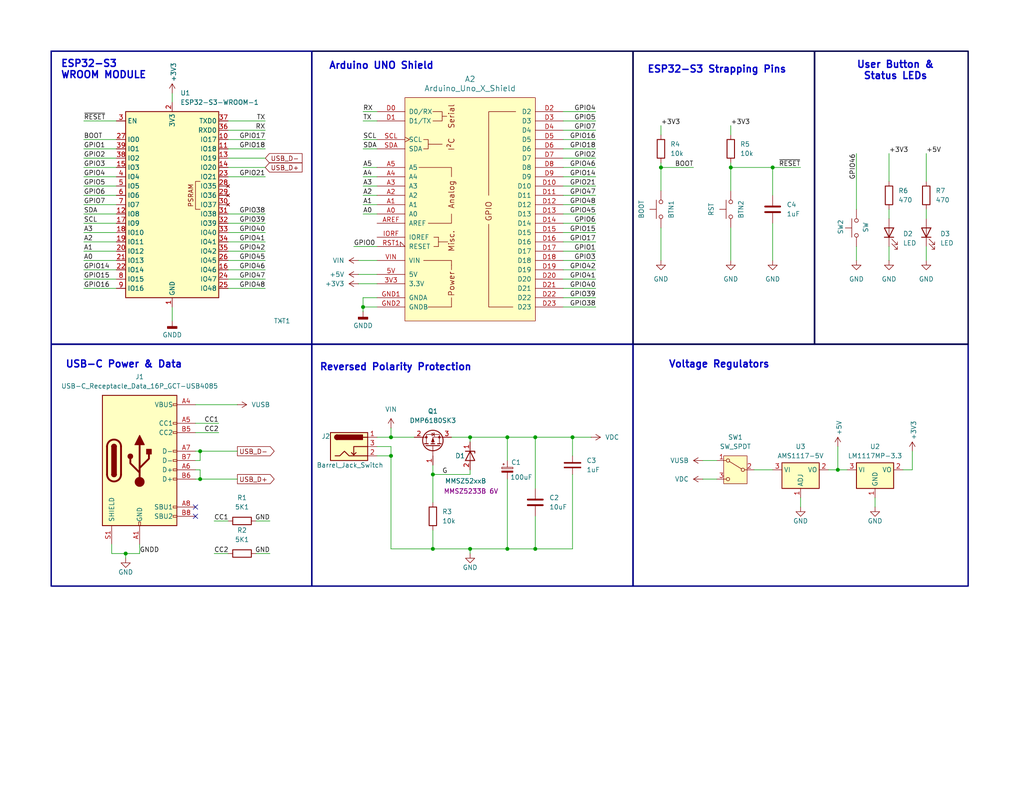
<source format=kicad_sch>
(kicad_sch (version 20231120) (generator "eeschema") (generator_version "8.0")
  (paper "USLetter")
  (title_block (title "ESP32-S3 Arduino Uno Board") (date "2024-10-30") (rev "5.5") (company "CEGEP Heritage College"))
  (lib_symbols
    (symbol "Alexander Symbol Library:USB-C_Receptacle_Data_16P_GCT-USB4085" (pin_names (offset 1.016))
      (property "Reference" "J" (at 0 22.225 0))
      (property "Value" "USB-C_Receptacle_Data_16P_GCT-USB4085" (at 0 19.685 0))
      (symbol "USB-C_Receptacle_Data_16P_GCT-USB4085_0_0"
        (rectangle (start -0.254 -17.78) (end 0.254 -16.764))
        (rectangle (start 10.16 -14.986) (end 9.144 -15.494))
        (rectangle (start 10.16 -12.446) (end 9.144 -12.954))
        (rectangle (start 10.16 -4.826) (end 9.144 -5.334))
        (rectangle (start 10.16 -2.286) (end 9.144 -2.794))
        (rectangle (start 10.16 0.254) (end 9.144 -0.254))
        (rectangle (start 10.16 2.794) (end 9.144 2.286))
        (rectangle (start 10.16 7.874) (end 9.144 7.366))
        (rectangle (start 10.16 10.414) (end 9.144 9.906))
        (rectangle (start 10.16 15.494) (end 9.144 14.986))
      )
      (symbol "USB-C_Receptacle_Data_16P_GCT-USB4085_0_1"
        (rectangle (start -10.16 17.78) (end 10.16 -17.78) (stroke (width 0.254)) (fill (type background)))
        (arc (start -8.89 -3.81) (mid -6.985 -5.7067) (end -5.08 -3.81) (stroke (width 0.508)))
        (arc (start -7.62 -3.81) (mid -6.985 -4.4423) (end -6.35 -3.81) (stroke (width 0.254)))
        (arc (start -7.62 -3.81) (mid -6.985 -4.4423) (end -6.35 -3.81) (stroke (width 0.254)) (fill (type outline)))
        (rectangle (start -7.62 -3.81) (end -6.35 3.81) (stroke (width 0.254)) (fill (type outline)))
        (arc (start -6.35 3.81) (mid -6.985 4.4423) (end -7.62 3.81) (stroke (width 0.254)))
        (arc (start -6.35 3.81) (mid -6.985 4.4423) (end -7.62 3.81) (stroke (width 0.254)) (fill (type outline)))
        (arc (start -5.08 3.81) (mid -6.985 5.7067) (end -8.89 3.81) (stroke (width 0.508)))
        (circle (center -2.54 1.143) (radius 0.635) (stroke (width 0.254)) (fill (type outline)))
        (circle (center 0 -5.842) (radius 1.27) (fill (type outline)))
        (polyline (pts (xy -8.89 -3.81) (xy -8.89 3.81)) (stroke (width 0.508)))
        (polyline (pts (xy -5.08 3.81) (xy -5.08 -3.81)) (stroke (width 0.508)))
        (polyline (pts (xy 0 -5.842) (xy 0 4.318)) (stroke (width 0.508)))
        (polyline (pts (xy 0 -3.302) (xy -2.54 -0.762) (xy -2.54 0.508)) (stroke (width 0.508)))
        (polyline (pts (xy 0 -2.032) (xy 2.54 0.508) (xy 2.54 1.778)) (stroke (width 0.508)))
        (polyline (pts (xy -1.27 4.318) (xy 0 6.858) (xy 1.27 4.318) (xy -1.27 4.318)) (stroke (width 0.254)) (fill (type outline)))
        (rectangle (start 1.905 1.778) (end 3.175 3.048) (stroke (width 0.254)) (fill (type outline)))
      )
      (symbol "USB-C_Receptacle_Data_16P_GCT-USB4085_1_1"
        (pin power_in line (at 0 -22.86 90) (length 5.08) (name "GND") (number "A1"))
        (pin power_in line (at 0 -22.86 90) (length 5.08) hide (name "GND") (number "A12"))
        (pin power_out line (at 15.24 15.24 180) (length 5.08) (name "VBUS") (number "A4"))
        (pin bidirectional line (at 15.24 10.16 180) (length 5.08) (name "CC1") (number "A5"))
        (pin bidirectional line (at 15.24 -2.54 180) (length 5.08) (name "D+") (number "A6"))
        (pin bidirectional line (at 15.24 2.54 180) (length 5.08) (name "D-") (number "A7"))
        (pin bidirectional line (at 15.24 -12.7 180) (length 5.08) (name "SBU1") (number "A8"))
        (pin power_out line (at 15.24 15.24 180) (length 5.08) hide (name "VBUS") (number "A9"))
        (pin power_in line (at 0 -22.86 90) (length 5.08) hide (name "GND") (number "B1"))
        (pin power_in line (at 0 -22.86 90) (length 5.08) hide (name "GND") (number "B12"))
        (pin power_out line (at 15.24 15.24 180) (length 5.08) hide (name "VBUS") (number "B4"))
        (pin bidirectional line (at 15.24 7.62 180) (length 5.08) (name "CC2") (number "B5"))
        (pin bidirectional line (at 15.24 -5.08 180) (length 5.08) (name "D+") (number "B6"))
        (pin bidirectional line (at 15.24 0 180) (length 5.08) (name "D-") (number "B7"))
        (pin bidirectional line (at 15.24 -15.24 180) (length 5.08) (name "SBU2") (number "B8"))
        (pin passive line (at 15.24 15.24 180) (length 5.08) hide (name "VBUS") (number "B9"))
        (pin power_in line (at -7.62 -22.86 90) (length 5.08) (name "SHIELD") (number "S1"))
        (pin power_in line (at -7.62 -22.86 90) (length 5.08) hide (name "SHIELD") (number "S2"))
        (pin power_in line (at -7.62 -22.86 90) (length 5.08) hide (name "SHIELD") (number "S3"))
        (pin power_in line (at -7.62 -22.86 90) (length 5.08) hide (name "SHIELD") (number "S4"))
      )
    )
    (symbol "Alexander Symbols:AMS1117-5V" (exclude_from_sim yes)
      (property "Reference" "U" (at 0 0 0))
      (property "Value" "AMS1117-5V" (at 0 2.032 0))
      (symbol "AMS1117-5V_0_1"
        (rectangle (start -5.08 -8.89) (end 5.08 -1.905) (stroke (width 0.254)) (fill (type background)))
      )
      (symbol "AMS1117-5V_1_1"
        (pin power_out line (at 0 -11.43 90) (length 2.54) (name "ADJ") (number "1"))
        (pin power_out line (at 7.62 -3.81 180) (length 2.54) (name "VO") (number "2"))
        (pin power_in line (at -7.62 -3.81 0) (length 2.54) (name "VI") (number "3"))
      )
    )
    (symbol "Alexander Symbols:Arduino_Uno_X_Shield" (pin_names (offset 1.016))
      (property "Reference" "A1" (at 0 34.29 0))
      (property "Value" "Arduino_Uno_X_Shield" (at 0 31.75 0))
      (symbol "Arduino_Uno_X_Shield_0_0"
        (rectangle (start -17.78 30.48) (end 17.78 -30.48) (fill (type background)))
        (rectangle (start -12.7 -13.97) (end -5.08 -13.97))
        (rectangle (start -11.43 -26.67) (end -5.08 -26.67))
        (rectangle (start -9.906 -10.16) (end -8.636 -10.16))
        (rectangle (start -9.906 -7.62) (end -8.636 -7.62))
        (rectangle (start -8.636 -8.89) (end -6.096 -8.89))
        (rectangle (start -8.636 -7.62) (end -8.636 -10.16))
        (polyline (pts (xy -11.43 17.78) (xy -7.62 17.78)))
        (polyline (pts (xy -7.62 25.4) (xy -6.35 25.4)))
        (polyline (pts (xy -5.08 -26.67) (xy -5.08 -24.13)))
        (polyline (pts (xy -5.08 -15.24) (xy -5.08 -16.51)))
        (polyline (pts (xy -5.08 -13.97) (xy -5.08 -15.24)))
        (polyline (pts (xy -5.08 -1.27) (xy -5.08 -3.81) (xy -11.43 -3.81)))
        (polyline (pts (xy -5.08 8.89) (xy -5.08 11.43) (xy -13.97 11.43)))
        (polyline (pts (xy 5.08 -4.064) (xy 5.08 -26.67) (xy 11.684 -26.67)))
        (polyline (pts (xy 5.08 3.81) (xy 5.08 26.67) (xy 12.446 26.67)))
        (polyline (pts (xy -12.7 19.05) (xy -11.43 19.05) (xy -11.43 16.51) (xy -12.7 16.51)))
        (polyline (pts (xy -10.16 26.67) (xy -7.62 26.67) (xy -7.62 24.13) (xy -10.16 24.13)))
        (text "Analog" (at -5.08 4.064 900) (effects (font (size 1.524 1.524))))
        (text "I²C" (at -5.08 17.78 900) (effects (font (size 1.524 1.524))))
        (text "Misc." (at -5.08 -8.636 900) (effects (font (size 1.524 1.524))))
        (text "Power" (at -5.08 -20.32 900) (effects (font (size 1.524 1.524))))
        (text "Serial" (at -5.08 25.4 900) (effects (font (size 1.524 1.524))))
      )
      (symbol "Arduino_Uno_X_Shield_1_0"
        (text "GPIO" (at 5.08 -0.508 900) (effects (font (size 1.524 1.524))))
      )
      (symbol "Arduino_Uno_X_Shield_1_1"
        (pin power_out line (at -25.4 -20.32 0) (length 7.62) (name "3.3V") (number "3V3"))
        (pin power_out line (at -25.4 -20.32 0) (length 7.62) hide (name "3.3V") (number "3V3"))
        (pin power_out line (at -25.4 -17.78 0) (length 7.62) (name "5V") (number "5V"))
        (pin power_out line (at -25.4 -17.78 0) (length 7.62) hide (name "5V") (number "5V"))
        (pin bidirectional line (at -25.4 -1.27 0) (length 7.62) (name "A0") (number "A0"))
        (pin bidirectional line (at -25.4 1.27 0) (length 7.62) (name "A1") (number "A1"))
        (pin bidirectional line (at -25.4 3.81 0) (length 7.62) (name "A2") (number "A2"))
        (pin bidirectional line (at -25.4 6.35 0) (length 7.62) (name "A3") (number "A3"))
        (pin bidirectional line (at -25.4 8.89 0) (length 7.62) (name "A4") (number "A4"))
        (pin bidirectional line (at -25.4 11.43 0) (length 7.62) (name "A5") (number "A5"))
        (pin input line (at -25.4 -3.81 0) (length 7.62) (name "AREF") (number "AREF"))
        (pin bidirectional line (at -25.4 26.67 0) (length 7.62) (name "D0/RX") (number "D0"))
        (pin bidirectional line (at -25.4 24.13 0) (length 7.62) (name "D1/TX") (number "D1"))
        (pin bidirectional line (at 25.4 6.35 180) (length 7.62) (name "D10") (number "D10"))
        (pin bidirectional line (at 25.4 3.81 180) (length 7.62) (name "D11") (number "D11"))
        (pin bidirectional line (at 25.4 1.27 180) (length 7.62) (name "D12") (number "D12"))
        (pin bidirectional line (at 25.4 -1.27 180) (length 7.62) (name "D13") (number "D13"))
        (pin bidirectional line (at 25.4 -3.81 180) (length 7.62) (name "D14") (number "D14"))
        (pin bidirectional line (at 25.4 -6.35 180) (length 7.62) (name "D15") (number "D15"))
        (pin bidirectional line (at 25.4 -8.89 180) (length 7.62) (name "D16") (number "D16"))
        (pin bidirectional line (at 25.4 -11.43 180) (length 7.62) (name "D17") (number "D17"))
        (pin bidirectional line (at 25.4 -13.97 180) (length 7.62) (name "D18") (number "D18"))
        (pin bidirectional line (at 25.4 -16.51 180) (length 7.62) (name "D19") (number "D19"))
        (pin bidirectional line (at 25.4 26.67 180) (length 7.62) (name "D2") (number "D2"))
        (pin bidirectional line (at 25.4 -19.05 180) (length 7.62) (name "D20") (number "D20"))
        (pin bidirectional line (at 25.4 -21.59 180) (length 7.62) (name "D21") (number "D21"))
        (pin bidirectional line (at 25.4 -24.13 180) (length 7.62) (name "D22") (number "D22"))
        (pin bidirectional line (at 25.4 -26.67 180) (length 7.62) (name "D23") (number "D23"))
        (pin bidirectional line (at 25.4 24.13 180) (length 7.62) (name "D3") (number "D3"))
        (pin bidirectional line (at 25.4 21.59 180) (length 7.62) (name "D4") (number "D4"))
        (pin bidirectional line (at 25.4 19.05 180) (length 7.62) (name "D5") (number "D5"))
        (pin bidirectional line (at 25.4 16.51 180) (length 7.62) (name "D6") (number "D6"))
        (pin bidirectional line (at 25.4 13.97 180) (length 7.62) (name "D7") (number "D7"))
        (pin bidirectional line (at 25.4 11.43 180) (length 7.62) (name "D8") (number "D8"))
        (pin bidirectional line (at 25.4 8.89 180) (length 7.62) (name "D9") (number "D9"))
        (pin power_in line (at -25.4 -24.13 0) (length 7.62) (name "GNDA") (number "GND1"))
        (pin power_in line (at -25.4 -24.13 0) (length 7.62) hide (name "GNDA") (number "GND1"))
        (pin power_in line (at -25.4 -24.13 0) (length 7.62) hide (name "GNDA") (number "GND1"))
        (pin power_in line (at -25.4 -26.67 0) (length 7.62) (name "GNDB") (number "GND2"))
        (pin power_in line (at -25.4 -26.67 0) (length 7.62) hide (name "GNDB") (number "GND2"))
        (pin output line (at -25.4 -7.62 0) (length 7.62) (name "IOREF") (number "IORF"))
        (pin open_collector input_low (at -25.4 -10.16 0) (length 7.62) (name "RESET") (number "RST1"))
        (pin bidirectional clock (at -25.4 19.05 0) (length 7.62) (name "SCL") (number "SCL"))
        (pin bidirectional line (at -25.4 16.51 0) (length 7.62) (name "SDA") (number "SDA"))
        (pin power_in line (at -25.4 -13.97 0) (length 7.62) (name "VIN") (number "VIN"))
      )
    )
    (symbol "Alexander Symbols:Logo"
      (property "Reference" "TXT" (at 0 0 0))
    )
    (symbol "Alexander Symbols:SW_BTN_90DEG" (pin_numbers hide) (pin_names (offset 1.016) hide)
      (property "Reference" "SW" (at 1.27 2.54 0))
      (property "Value" "SW_Push" (at 0 -1.524 0))
      (symbol "SW_BTN_90DEG_0_1"
        (circle (center -2.032 0) (radius 0.508))
        (polyline (pts (xy 0 1.27) (xy 0 3.048)))
        (polyline (pts (xy 2.54 1.27) (xy -2.54 1.27)))
        (circle (center 2.032 0) (radius 0.508))
        (pin passive line (at -5.08 0 0) (length 2.54) (name "1") (number "1"))
        (pin passive line (at 5.08 0 180) (length 2.54) (name "2") (number "2"))
      )
      (symbol "SW_BTN_90DEG_1_0"
        (pin passive line (at -5.08 0 0) (length 2.54) hide (name "1") (number "3"))
        (pin passive line (at 5.08 0 180) (length 2.54) hide (name "2") (number "4"))
      )
    )
    (symbol "Alexander_Library_Symbols:SW_Push_SMD_6x3.5" (pin_numbers hide) (pin_names (offset 1.016) hide)
      (property "Reference" "SW" (at 1.27 2.54 0))
      (property "Value" "SW_Push_SMD_6x3.5" (at 0 -1.524 0))
      (symbol "SW_Push_SMD_6x3.5_0_1"
        (circle (center -2.032 0) (radius 0.508))
        (polyline (pts (xy 0 1.27) (xy 0 3.048)))
        (polyline (pts (xy 2.54 1.27) (xy -2.54 1.27)))
        (circle (center 2.032 0) (radius 0.508))
        (pin passive line (at -5.08 0 0) (length 2.54) (name "1") (number "1"))
        (pin passive line (at 5.08 0 180) (length 2.54) (name "2") (number "2"))
      )
    )
    (symbol "Connector:Barrel_Jack_Switch" (pin_names hide)
      (property "Reference" "J" (at 0 5.334 0))
      (property "Value" "Barrel_Jack_Switch" (at 0 -5.08 0))
      (symbol "Barrel_Jack_Switch_0_1"
        (rectangle (start -5.08 3.81) (end 5.08 -3.81) (stroke (width 0.254)) (fill (type background)))
        (arc (start -3.302 3.175) (mid -3.9343 2.54) (end -3.302 1.905) (stroke (width 0.254)))
        (arc (start -3.302 3.175) (mid -3.9343 2.54) (end -3.302 1.905) (stroke (width 0.254)) (fill (type outline)))
        (polyline (pts (xy 1.27 -2.286) (xy 1.905 -1.651)) (stroke (width 0.254)))
        (polyline (pts (xy 5.08 2.54) (xy 3.81 2.54)) (stroke (width 0.254)))
        (polyline (pts (xy 5.08 0) (xy 1.27 0) (xy 1.27 -2.286) (xy 0.635 -1.651)) (stroke (width 0.254)))
        (polyline (pts (xy -3.81 -2.54) (xy -2.54 -2.54) (xy -1.27 -1.27) (xy 0 -2.54) (xy 2.54 -2.54) (xy 5.08 -2.54)) (stroke (width 0.254)))
        (rectangle (start 3.683 3.175) (end -3.302 1.905) (stroke (width 0.254)) (fill (type outline)))
      )
      (symbol "Barrel_Jack_Switch_1_1"
        (pin passive line (at 7.62 2.54 180) (length 2.54) (name "~") (number "1"))
        (pin passive line (at 7.62 -2.54 180) (length 2.54) (name "~") (number "2"))
        (pin passive line (at 7.62 0 180) (length 2.54) (name "~") (number "3"))
      )
    )
    (symbol "Device:C" (pin_numbers hide) (pin_names (offset 0.254))
      (property "Reference" "C" (at 0.635 2.54 0))
      (property "Value" "C" (at 0.635 -2.54 0))
      (symbol "C_0_1"
        (polyline (pts (xy -2.032 -0.762) (xy 2.032 -0.762)) (stroke (width 0.508)))
        (polyline (pts (xy -2.032 0.762) (xy 2.032 0.762)) (stroke (width 0.508)))
      )
      (symbol "C_1_1"
        (pin passive line (at 0 3.81 270) (length 2.794) (name "~") (number "1"))
        (pin passive line (at 0 -3.81 90) (length 2.794) (name "~") (number "2"))
      )
    )
    (symbol "Device:C_Polarized_Small" (pin_numbers hide) (pin_names (offset 0.254) hide)
      (property "Reference" "C" (at 0.254 1.778 0))
      (property "Value" "C_Polarized_Small" (at 0.254 -2.032 0))
      (symbol "C_Polarized_Small_0_1"
        (rectangle (start -1.524 -0.3048) (end 1.524 -0.6858) (fill (type outline)))
        (rectangle (start -1.524 0.6858) (end 1.524 0.3048))
        (polyline (pts (xy -1.27 1.524) (xy -0.762 1.524)))
        (polyline (pts (xy -1.016 1.27) (xy -1.016 1.778)))
      )
      (symbol "C_Polarized_Small_1_1"
        (pin passive line (at 0 2.54 270) (length 1.8542) (name "~") (number "1"))
        (pin passive line (at 0 -2.54 90) (length 1.8542) (name "~") (number "2"))
      )
    )
    (symbol "Device:LED" (pin_numbers hide) (pin_names (offset 1.016) hide)
      (property "Reference" "D" (at 0 2.54 0))
      (property "Value" "LED" (at 0 -2.54 0))
      (symbol "LED_0_1"
        (polyline (pts (xy -1.27 -1.27) (xy -1.27 1.27)) (stroke (width 0.254)))
        (polyline (pts (xy -1.27 0) (xy 1.27 0)))
        (polyline (pts (xy 1.27 -1.27) (xy 1.27 1.27) (xy -1.27 0) (xy 1.27 -1.27)) (stroke (width 0.254)))
        (polyline (pts (xy -3.048 -0.762) (xy -4.572 -2.286) (xy -3.81 -2.286) (xy -4.572 -2.286) (xy -4.572 -1.524)))
        (polyline (pts (xy -1.778 -0.762) (xy -3.302 -2.286) (xy -2.54 -2.286) (xy -3.302 -2.286) (xy -3.302 -1.524)))
      )
      (symbol "LED_1_1"
        (pin passive line (at -3.81 0 0) (length 2.54) (name "K") (number "1"))
        (pin passive line (at 3.81 0 180) (length 2.54) (name "A") (number "2"))
      )
    )
    (symbol "Device:R" (pin_numbers hide) (pin_names (offset 0))
      (property "Reference" "R" (at 2.032 0 90))
      (property "Value" "R" (at 0 0 90))
      (symbol "R_0_1"
        (rectangle (start -1.016 -2.54) (end 1.016 2.54) (stroke (width 0.254)))
      )
      (symbol "R_1_1"
        (pin passive line (at 0 3.81 270) (length 1.27) (name "~") (number "1"))
        (pin passive line (at 0 -3.81 90) (length 1.27) (name "~") (number "2"))
      )
    )
    (symbol "GND_1" (power) (pin_numbers hide) (pin_names (offset 0) hide)
      (property "Value" "GND" (at 0 -3.81 0))
      (symbol "GND_1_0_1"
        (polyline (pts (xy 0 0) (xy 0 -1.27) (xy 1.27 -1.27) (xy 0 -2.54) (xy -1.27 -1.27) (xy 0 -1.27)))
      )
      (symbol "GND_1_1_1"
        (pin power_in line (at 0 0 270) (length 0) (name "~") (number "1"))
      )
    )
    (symbol "PCM_SL_Devices:Capacitor_NP"
      (property "Reference" "C" (at 0 6.35 0))
      (property "Value" "Capacitor_NP" (at 0 3.81 0))
      (symbol "Capacitor_NP_0_1"
        (rectangle (start -0.762 2.286) (end -0.508 -2.286) (fill (type outline)))
        (rectangle (start 0.508 2.286) (end 0.762 -2.286) (fill (type outline)))
      )
      (symbol "Capacitor_NP_1_1"
        (pin passive line (at -2.54 0 0) (length 2) (name "~") (number "1"))
        (pin input line (at 2.54 0 180) (length 2) (name "~") (number "2"))
      )
    )
    (symbol "RF_Module:ESP32-S3-WROOM-1"
      (property "Reference" "U6" (at 2.1941 30.48 0))
      (property "Value" "ESP32-S3-WROOM-1" (at 2.1941 27.94 0))
      (symbol "ESP32-S3-WROOM-1_0_0"
        (rectangle (start -12.7 25.4) (end 12.7 -25.4) (stroke (width 0.254)) (fill (type background)))
        (text "PSRAM" (at 5.08 2.54 900) (effects (font (size 1.27 1.27))))
      )
      (symbol "ESP32-S3-WROOM-1_0_1"
        (polyline (pts (xy 7.62 -1.27) (xy 6.35 -1.27) (xy 6.35 6.35) (xy 7.62 6.35)))
      )
      (symbol "ESP32-S3-WROOM-1_1_1"
        (pin power_in line (at 0 -27.94 90) (length 2.54) (name "GND") (number "1"))
        (pin bidirectional line (at 15.24 17.78 180) (length 2.54) (name "IO17") (number "10"))
        (pin bidirectional line (at 15.24 15.24 180) (length 2.54) (name "IO18") (number "11"))
        (pin bidirectional line (at -15.24 -2.54 0) (length 2.54) (name "IO8") (number "12"))
        (pin bidirectional line (at 15.24 12.7 180) (length 2.54) (name "IO19") (number "13"))
        (pin bidirectional line (at 15.24 10.16 180) (length 2.54) (name "IO20") (number "14"))
        (pin bidirectional line (at -15.24 10.16 0) (length 2.54) (name "IO3") (number "15"))
        (pin bidirectional line (at 15.24 -17.78 180) (length 2.54) (name "IO46") (number "16"))
        (pin bidirectional line (at -15.24 -5.08 0) (length 2.54) (name "IO9") (number "17"))
        (pin bidirectional line (at -15.24 -7.62 0) (length 2.54) (name "IO10") (number "18"))
        (pin bidirectional line (at -15.24 -10.16 0) (length 2.54) (name "IO11") (number "19"))
        (pin power_in line (at 0 27.94 270) (length 2.54) (name "3V3") (number "2"))
        (pin bidirectional line (at -15.24 -12.7 0) (length 2.54) (name "IO12") (number "20"))
        (pin bidirectional line (at -15.24 -15.24 0) (length 2.54) (name "IO13") (number "21"))
        (pin bidirectional line (at -15.24 -17.78 0) (length 2.54) (name "IO14") (number "22"))
        (pin bidirectional line (at 15.24 7.62 180) (length 2.54) (name "IO21") (number "23"))
        (pin bidirectional line (at 15.24 -20.32 180) (length 2.54) (name "IO47") (number "24"))
        (pin bidirectional line (at 15.24 -22.86 180) (length 2.54) (name "IO48") (number "25"))
        (pin bidirectional line (at 15.24 -15.24 180) (length 2.54) (name "IO45") (number "26"))
        (pin bidirectional line (at -15.24 17.78 0) (length 2.54) (name "IO0") (number "27"))
        (pin no_connect line (at 15.24 5.08 180) (length 2.54) (name "IO35") (number "28"))
        (pin no_connect line (at 15.24 2.54 180) (length 2.54) (name "IO36") (number "29"))
        (pin input line (at -15.24 22.86 0) (length 2.54) (name "EN") (number "3"))
        (pin no_connect line (at 15.24 0 180) (length 2.54) (name "IO37") (number "30"))
        (pin bidirectional line (at 15.24 -2.54 180) (length 2.54) (name "IO38") (number "31"))
        (pin bidirectional line (at 15.24 -5.08 180) (length 2.54) (name "IO39") (number "32"))
        (pin bidirectional line (at 15.24 -7.62 180) (length 2.54) (name "IO40") (number "33"))
        (pin bidirectional line (at 15.24 -10.16 180) (length 2.54) (name "IO41") (number "34"))
        (pin bidirectional line (at 15.24 -12.7 180) (length 2.54) (name "IO42") (number "35"))
        (pin bidirectional line (at 15.24 20.32 180) (length 2.54) (name "RXD0") (number "36"))
        (pin bidirectional line (at 15.24 22.86 180) (length 2.54) (name "TXD0") (number "37"))
        (pin bidirectional line (at -15.24 12.7 0) (length 2.54) (name "IO2") (number "38"))
        (pin bidirectional line (at -15.24 15.24 0) (length 2.54) (name "IO1") (number "39"))
        (pin bidirectional line (at -15.24 7.62 0) (length 2.54) (name "IO4") (number "4"))
        (pin passive line (at 0 -27.94 90) (length 2.54) hide (name "GND") (number "40"))
        (pin passive line (at 0 -27.94 90) (length 2.54) hide (name "GND") (number "41"))
        (pin bidirectional line (at -15.24 5.08 0) (length 2.54) (name "IO5") (number "5"))
        (pin bidirectional line (at -15.24 2.54 0) (length 2.54) (name "IO6") (number "6"))
        (pin bidirectional line (at -15.24 0 0) (length 2.54) (name "IO7") (number "7"))
        (pin bidirectional line (at -15.24 -20.32 0) (length 2.54) (name "IO15") (number "8"))
        (pin bidirectional line (at -15.24 -22.86 0) (length 2.54) (name "IO16") (number "9"))
      )
    )
    (symbol "Regulator_Linear:LM1117MP-3.3"
      (property "Reference" "U" (at -3.81 3.175 0))
      (property "Value" "LM1117MP-3.3" (at 0 3.175 0))
      (symbol "LM1117MP-3.3_0_1"
        (rectangle (start -5.08 -5.08) (end 5.08 1.905) (stroke (width 0.254)) (fill (type background)))
      )
      (symbol "LM1117MP-3.3_1_1"
        (pin power_in line (at 0 -7.62 90) (length 2.54) (name "GND") (number "1"))
        (pin power_out line (at 7.62 0 180) (length 2.54) (name "VO") (number "2"))
        (pin power_in line (at -7.62 0 0) (length 2.54) (name "VI") (number "3"))
      )
    )
    (symbol "Switch:SW_SPDT" (pin_names (offset 0) hide)
      (property "Reference" "SW" (at 0 5.08 0))
      (property "Value" "SW_SPDT" (at 0 -5.08 0))
      (symbol "SW_SPDT_0_1"
        (circle (center -2.032 0) (radius 0.4572))
        (polyline (pts (xy -1.651 0.254) (xy 1.651 2.286)))
        (circle (center 2.032 -2.54) (radius 0.4572))
        (circle (center 2.032 2.54) (radius 0.4572))
      )
      (symbol "SW_SPDT_1_1"
        (rectangle (start -3.175 3.81) (end 3.175 -3.81) (fill (type background)))
        (pin passive line (at 5.08 2.54 180) (length 2.54) (name "A") (number "1"))
        (pin passive line (at -5.08 0 0) (length 2.54) (name "B") (number "2"))
        (pin passive line (at 5.08 -2.54 180) (length 2.54) (name "C") (number "3"))
      )
    )
    (symbol "myparts:DMP6180SK3" (pin_names hide)
      (property "Reference" "Q" (at -6.35 3.81 0))
      (property "Value" "DMP6180SK3" (at -8.89 -5.08 0))
      (symbol "DMP6180SK3_0_1"
        (circle (center -0.889 0) (radius 2.794) (stroke (width 0.254)))
        (circle (center 0 -1.778) (radius 0.254) (fill (type outline)))
        (polyline (pts (xy -2.286 0) (xy -5.08 0)))
        (polyline (pts (xy -2.286 1.905) (xy -2.286 -1.905)) (stroke (width 0.254)))
        (polyline (pts (xy -1.778 -1.27) (xy -1.778 -2.286)) (stroke (width 0.254)))
        (polyline (pts (xy -1.778 0.508) (xy -1.778 -0.508)) (stroke (width 0.254)))
        (polyline (pts (xy -1.778 2.286) (xy -1.778 1.27)) (stroke (width 0.254)))
        (polyline (pts (xy 0 2.54) (xy 0 1.778)))
        (polyline (pts (xy 0 -2.54) (xy 0 0) (xy -1.778 0)))
        (polyline (pts (xy -1.778 1.778) (xy 0.762 1.778) (xy 0.762 -1.778) (xy -1.778 -1.778)))
        (polyline (pts (xy -0.254 0) (xy -1.27 0.381) (xy -1.27 -0.381) (xy -0.254 0)) (fill (type outline)))
        (polyline (pts (xy 0.254 -0.508) (xy 0.381 -0.381) (xy 1.143 -0.381) (xy 1.27 -0.254)))
        (polyline (pts (xy 0.762 -0.381) (xy 0.381 0.254) (xy 1.143 0.254) (xy 0.762 -0.381)))
        (circle (center 0 1.778) (radius 0.254) (fill (type outline)))
      )
      (symbol "DMP6180SK3_1_1"
        (pin input line (at -7.62 0 0) (length 2.54) (name "G") (number "1"))
        (pin passive line (at 0 5.08 270) (length 2.54) (name "D") (number "2"))
        (pin passive line (at 0 -5.08 90) (length 2.54) (name "S") (number "3"))
      )
    )
    (symbol "myparts:MMSZ52XXB" (pin_names hide)
      (property "Reference" "D" (at -7.62 -2.54 0))
      (property "Value" "MMSZ52XXB" (at -2.54 3.81 0))
      (symbol "MMSZ52XXB_0_1"
        (polyline (pts (xy 2.54 0) (xy 0 0)))
        (polyline (pts (xy 0 -1.27) (xy 0 1.27) (xy 0.508 1.27)) (stroke (width 0.254)))
        (polyline (pts (xy 2.54 -1.27) (xy 2.54 1.27) (xy 0 0) (xy 2.54 -1.27)) (stroke (width 0.254)))
      )
      (symbol "MMSZ52XXB_1_1"
        (pin passive line (at -2.54 0 0) (length 2.54) (name "K") (number "1"))
        (pin passive line (at 5.08 0 180) (length 2.54) (name "A") (number "2"))
      )
    )
    (symbol "power:+3V3" (power) (pin_numbers hide) (pin_names (offset 0) hide)
      (property "Value" "+3V3" (at 0 3.556 0))
      (symbol "+3V3_0_1"
        (polyline (pts (xy -0.762 1.27) (xy 0 2.54)))
        (polyline (pts (xy 0 0) (xy 0 2.54)))
        (polyline (pts (xy 0 2.54) (xy 0.762 1.27)))
      )
      (symbol "+3V3_1_1"
        (pin power_in line (at 0 0 90) (length 0) (name "~") (number "1"))
      )
    )
    (symbol "power:+5V" (power) (pin_numbers hide) (pin_names (offset 0) hide)
      (property "Value" "+5V" (at 0 3.556 0))
      (symbol "+5V_0_1"
        (polyline (pts (xy -0.762 1.27) (xy 0 2.54)))
        (polyline (pts (xy 0 0) (xy 0 2.54)))
        (polyline (pts (xy 0 2.54) (xy 0.762 1.27)))
      )
      (symbol "+5V_1_1"
        (pin power_in line (at 0 0 90) (length 0) (name "~") (number "1"))
      )
    )
    (symbol "power:GND" (power) (pin_names (offset 0))
      (property "Value" "GND" (at 0 -3.81 0))
      (symbol "GND_0_1"
        (polyline (pts (xy 0 0) (xy 0 -1.27) (xy 1.27 -1.27) (xy 0 -2.54) (xy -1.27 -1.27) (xy 0 -1.27)))
      )
      (symbol "GND_1_1"
        (pin power_in line (at 0 0 270) (length 0) hide (name "GND") (number "1"))
      )
    )
    (symbol "power:GNDD" (power) (pin_numbers hide) (pin_names (offset 0) hide)
      (property "Value" "GNDD" (at 0 -3.175 0))
      (symbol "GNDD_0_1"
        (rectangle (start -1.27 -1.524) (end 1.27 -2.032) (stroke (width 0.254)) (fill (type outline)))
        (polyline (pts (xy 0 0) (xy 0 -1.524)))
      )
      (symbol "GNDD_1_1"
        (pin power_in line (at 0 0 270) (length 0) (name "~") (number "1"))
      )
    )
    (symbol "power:VDC" (power) (pin_numbers hide) (pin_names (offset 0) hide)
      (property "Value" "VDC" (at 0 3.556 0))
      (symbol "VDC_0_1"
        (polyline (pts (xy -0.762 1.27) (xy 0 2.54)))
        (polyline (pts (xy 0 0) (xy 0 2.54)))
        (polyline (pts (xy 0 2.54) (xy 0.762 1.27)))
      )
      (symbol "VDC_1_1"
        (pin power_in line (at 0 0 90) (length 0) (name "~") (number "1"))
      )
    )
    (symbol "power:VDD" (power) (pin_numbers hide) (pin_names (offset 0) hide)
      (property "Value" "VDD" (at 0 3.556 0))
      (symbol "VDD_0_1"
        (polyline (pts (xy -0.762 1.27) (xy 0 2.54)))
        (polyline (pts (xy 0 0) (xy 0 2.54)))
        (polyline (pts (xy 0 2.54) (xy 0.762 1.27)))
      )
      (symbol "VDD_1_1"
        (pin power_in line (at 0 0 90) (length 0) (name "~") (number "1"))
      )
    )
  )
  (junction (at 228.6 128.27))
  (junction (at 54.61 130.81))
  (junction (at 146.05 149.86))
  (junction (at 128.27 149.86))
  (junction (at 118.11 149.86))
  (junction (at 34.29 151.13))
  (junction (at 199.39 45.72))
  (junction (at 106.68 124.46))
  (junction (at 128.27 119.38))
  (junction (at 99.06 83.82))
  (junction (at 156.21 119.38))
  (junction (at 180.34 45.72))
  (junction (at 106.68 119.38))
  (junction (at 210.82 45.72))
  (junction (at 138.43 119.38))
  (junction (at 138.43 149.86))
  (junction (at 118.11 129.54))
  (junction (at 54.61 123.19))
  (junction (at 146.05 119.38))
  (no_connect (at 53.34 138.43))
  (no_connect (at 53.34 140.97))
  (wire (pts (xy 62.23 71.12) (xy 72.39 71.12)))
  (wire (pts (xy 99.06 53.34) (xy 102.87 53.34)))
  (wire (pts (xy 102.87 119.38) (xy 106.68 119.38)))
  (wire (pts (xy 99.06 48.26) (xy 102.87 48.26)))
  (wire (pts (xy 118.11 137.16) (xy 118.11 129.54)))
  (wire (pts (xy 97.79 74.93) (xy 102.87 74.93)))
  (wire (pts (xy 242.57 67.31) (xy 242.57 71.12)))
  (wire (pts (xy 62.23 45.72) (xy 72.39 45.72)))
  (wire (pts (xy 46.99 83.82) (xy 46.99 87.63)))
  (wire (pts (xy 128.27 149.86) (xy 138.43 149.86)))
  (wire (pts (xy 99.06 55.88) (xy 102.87 55.88)))
  (wire (pts (xy 153.67 71.12) (xy 162.56 71.12)))
  (wire (pts (xy 128.27 128.27) (xy 128.27 129.54)))
  (wire (pts (xy 210.82 71.12) (xy 210.82 60.96)))
  (wire (pts (xy 191.77 130.81) (xy 195.58 130.81)))
  (wire (pts (xy 210.82 45.72) (xy 218.44 45.72)))
  (wire (pts (xy 102.87 121.92) (xy 106.68 121.92)))
  (wire (pts (xy 53.34 118.11) (xy 59.69 118.11)))
  (wire (pts (xy 199.39 62.23) (xy 199.39 71.12)))
  (wire (pts (xy 218.44 135.89) (xy 218.44 138.43)))
  (wire (pts (xy 199.39 45.72) (xy 210.82 45.72)))
  (wire (pts (xy 153.67 35.56) (xy 162.56 35.56)))
  (wire (pts (xy 106.68 116.84) (xy 106.68 119.38)))
  (wire (pts (xy 228.6 128.27) (xy 226.06 128.27)))
  (wire (pts (xy 138.43 130.81) (xy 138.43 149.86)))
  (wire (pts (xy 99.06 58.42) (xy 102.87 58.42)))
  (wire (pts (xy 153.67 53.34) (xy 162.56 53.34)))
  (wire (pts (xy 153.67 73.66) (xy 162.56 73.66)))
  (wire (pts (xy 22.86 76.2) (xy 31.75 76.2)))
  (wire (pts (xy 22.86 66.04) (xy 31.75 66.04)))
  (wire (pts (xy 191.77 125.73) (xy 195.58 125.73)))
  (wire (pts (xy 118.11 129.54) (xy 118.11 127)))
  (wire (pts (xy 238.76 135.89) (xy 238.76 138.43)))
  (wire (pts (xy 99.06 83.82) (xy 99.06 81.28)))
  (wire (pts (xy 106.68 121.92) (xy 106.68 124.46)))
  (wire (pts (xy 99.06 50.8) (xy 102.87 50.8)))
  (wire (pts (xy 106.68 124.46) (xy 106.68 149.86)))
  (wire (pts (xy 146.05 149.86) (xy 156.21 149.86)))
  (wire (pts (xy 62.23 68.58) (xy 72.39 68.58)))
  (wire (pts (xy 22.86 38.1) (xy 31.75 38.1)))
  (wire (pts (xy 210.82 45.72) (xy 210.82 53.34)))
  (wire (pts (xy 99.06 83.82) (xy 102.87 83.82)))
  (wire (pts (xy 99.06 85.09) (xy 99.06 83.82)))
  (wire (pts (xy 199.39 45.72) (xy 199.39 52.07)))
  (wire (pts (xy 69.85 151.13) (xy 73.66 151.13)))
  (wire (pts (xy 46.99 25.4) (xy 46.99 27.94)))
  (wire (pts (xy 62.23 73.66) (xy 72.39 73.66)))
  (wire (pts (xy 156.21 119.38) (xy 156.21 124.46)))
  (wire (pts (xy 180.34 45.72) (xy 189.23 45.72)))
  (wire (pts (xy 62.23 76.2) (xy 72.39 76.2)))
  (wire (pts (xy 99.06 33.02) (xy 102.87 33.02)))
  (wire (pts (xy 97.79 71.12) (xy 102.87 71.12)))
  (wire (pts (xy 62.23 78.74) (xy 72.39 78.74)))
  (wire (pts (xy 69.85 142.24) (xy 73.66 142.24)))
  (wire (pts (xy 156.21 129.54) (xy 156.21 149.86)))
  (wire (pts (xy 118.11 144.78) (xy 118.11 149.86)))
  (wire (pts (xy 58.42 151.13) (xy 62.23 151.13)))
  (wire (pts (xy 62.23 35.56) (xy 72.39 35.56)))
  (wire (pts (xy 153.67 76.2) (xy 162.56 76.2)))
  (wire (pts (xy 146.05 119.38) (xy 146.05 133.35)))
  (wire (pts (xy 22.86 73.66) (xy 31.75 73.66)))
  (wire (pts (xy 233.68 67.31) (xy 233.68 71.12)))
  (wire (pts (xy 153.67 33.02) (xy 162.56 33.02)))
  (wire (pts (xy 118.11 149.86) (xy 106.68 149.86)))
  (wire (pts (xy 128.27 119.38) (xy 138.43 119.38)))
  (wire (pts (xy 153.67 40.64) (xy 162.56 40.64)))
  (wire (pts (xy 34.29 151.13) (xy 34.29 152.4)))
  (wire (pts (xy 153.67 50.8) (xy 162.56 50.8)))
  (wire (pts (xy 153.67 83.82) (xy 162.56 83.82)))
  (wire (pts (xy 228.6 121.92) (xy 228.6 128.27)))
  (wire (pts (xy 199.39 44.45) (xy 199.39 45.72)))
  (wire (pts (xy 54.61 125.73) (xy 54.61 123.19)))
  (wire (pts (xy 99.06 40.64) (xy 102.87 40.64)))
  (wire (pts (xy 156.21 119.38) (xy 161.29 119.38)))
  (wire (pts (xy 242.57 41.91) (xy 242.57 49.53)))
  (wire (pts (xy 22.86 60.96) (xy 31.75 60.96)))
  (wire (pts (xy 153.67 45.72) (xy 162.56 45.72)))
  (wire (pts (xy 106.68 119.38) (xy 113.03 119.38)))
  (wire (pts (xy 180.34 34.29) (xy 180.34 36.83)))
  (wire (pts (xy 153.67 63.5) (xy 162.56 63.5)))
  (wire (pts (xy 153.67 58.42) (xy 162.56 58.42)))
  (wire (pts (xy 99.06 81.28) (xy 102.87 81.28)))
  (wire (pts (xy 22.86 55.88) (xy 31.75 55.88)))
  (wire (pts (xy 38.1 148.59) (xy 38.1 151.13)))
  (wire (pts (xy 97.79 77.47) (xy 102.87 77.47)))
  (wire (pts (xy 99.06 30.48) (xy 102.87 30.48)))
  (wire (pts (xy 146.05 140.97) (xy 146.05 149.86)))
  (wire (pts (xy 128.27 149.86) (xy 118.11 149.86)))
  (wire (pts (xy 54.61 128.27) (xy 54.61 130.81)))
  (wire (pts (xy 205.74 128.27) (xy 210.82 128.27)))
  (wire (pts (xy 53.34 110.49) (xy 64.77 110.49)))
  (wire (pts (xy 22.86 40.64) (xy 31.75 40.64)))
  (wire (pts (xy 123.19 119.38) (xy 128.27 119.38)))
  (wire (pts (xy 22.86 71.12) (xy 31.75 71.12)))
  (wire (pts (xy 30.48 148.59) (xy 30.48 151.13)))
  (wire (pts (xy 153.67 38.1) (xy 162.56 38.1)))
  (wire (pts (xy 54.61 130.81) (xy 64.77 130.81)))
  (wire (pts (xy 22.86 50.8) (xy 31.75 50.8)))
  (wire (pts (xy 62.23 63.5) (xy 72.39 63.5)))
  (wire (pts (xy 138.43 119.38) (xy 138.43 125.73)))
  (wire (pts (xy 53.34 125.73) (xy 54.61 125.73)))
  (wire (pts (xy 233.68 41.91) (xy 233.68 57.15)))
  (wire (pts (xy 180.34 45.72) (xy 180.34 52.07)))
  (wire (pts (xy 138.43 149.86) (xy 146.05 149.86)))
  (wire (pts (xy 153.67 30.48) (xy 162.56 30.48)))
  (wire (pts (xy 99.06 38.1) (xy 102.87 38.1)))
  (wire (pts (xy 128.27 151.13) (xy 128.27 149.86)))
  (wire (pts (xy 180.34 44.45) (xy 180.34 45.72)))
  (wire (pts (xy 153.67 66.04) (xy 162.56 66.04)))
  (wire (pts (xy 22.86 48.26) (xy 31.75 48.26)))
  (wire (pts (xy 22.86 78.74) (xy 31.75 78.74)))
  (wire (pts (xy 252.73 41.91) (xy 252.73 49.53)))
  (wire (pts (xy 53.34 115.57) (xy 59.69 115.57)))
  (wire (pts (xy 248.92 123.19) (xy 248.92 128.27)))
  (wire (pts (xy 22.86 63.5) (xy 31.75 63.5)))
  (wire (pts (xy 62.23 60.96) (xy 72.39 60.96)))
  (wire (pts (xy 22.86 58.42) (xy 31.75 58.42)))
  (wire (pts (xy 58.42 142.24) (xy 62.23 142.24)))
  (wire (pts (xy 153.67 78.74) (xy 162.56 78.74)))
  (wire (pts (xy 22.86 68.58) (xy 31.75 68.58)))
  (wire (pts (xy 22.86 33.02) (xy 31.75 33.02)))
  (wire (pts (xy 53.34 130.81) (xy 54.61 130.81)))
  (wire (pts (xy 34.29 151.13) (xy 38.1 151.13)))
  (wire (pts (xy 128.27 119.38) (xy 128.27 120.65)))
  (wire (pts (xy 252.73 57.15) (xy 252.73 59.69)))
  (wire (pts (xy 252.73 67.31) (xy 252.73 71.12)))
  (wire (pts (xy 62.23 58.42) (xy 72.39 58.42)))
  (wire (pts (xy 53.34 123.19) (xy 54.61 123.19)))
  (wire (pts (xy 153.67 43.18) (xy 162.56 43.18)))
  (wire (pts (xy 30.48 151.13) (xy 34.29 151.13)))
  (wire (pts (xy 62.23 33.02) (xy 72.39 33.02)))
  (wire (pts (xy 228.6 128.27) (xy 231.14 128.27)))
  (wire (pts (xy 180.34 62.23) (xy 180.34 71.12)))
  (wire (pts (xy 62.23 66.04) (xy 72.39 66.04)))
  (wire (pts (xy 99.06 45.72) (xy 102.87 45.72)))
  (wire (pts (xy 199.39 34.29) (xy 199.39 36.83)))
  (wire (pts (xy 53.34 128.27) (xy 54.61 128.27)))
  (wire (pts (xy 22.86 43.18) (xy 31.75 43.18)))
  (wire (pts (xy 138.43 119.38) (xy 146.05 119.38)))
  (wire (pts (xy 153.67 55.88) (xy 162.56 55.88)))
  (wire (pts (xy 153.67 60.96) (xy 162.56 60.96)))
  (wire (pts (xy 62.23 38.1) (xy 72.39 38.1)))
  (wire (pts (xy 62.23 40.64) (xy 72.39 40.64)))
  (wire (pts (xy 146.05 119.38) (xy 156.21 119.38)))
  (wire (pts (xy 62.23 48.26) (xy 72.39 48.26)))
  (wire (pts (xy 54.61 123.19) (xy 64.77 123.19)))
  (wire (pts (xy 22.86 45.72) (xy 31.75 45.72)))
  (wire (pts (xy 62.23 43.18) (xy 72.39 43.18)))
  (wire (pts (xy 106.68 124.46) (xy 102.87 124.46)))
  (wire (pts (xy 153.67 48.26) (xy 162.56 48.26)))
  (wire (pts (xy 128.27 129.54) (xy 118.11 129.54)))
  (wire (pts (xy 153.67 81.28) (xy 162.56 81.28)))
  (wire (pts (xy 153.67 68.58) (xy 162.56 68.58)))
  (wire (pts (xy 242.57 57.15) (xy 242.57 59.69)))
  (wire (pts (xy 248.92 128.27) (xy 246.38 128.27)))
  (wire (pts (xy 96.52 67.31) (xy 102.87 67.31)))
  (wire (pts (xy 22.86 53.34) (xy 31.75 53.34)))
  (rectangle (start 13.97 93.98) (end 85.09 160.02) (stroke (width 0.381) (color 0 0 132 1)))
  (rectangle (start 222.25 13.97) (end 264.16 93.98) (stroke (width 0.381) (color 0 0 72 1)))
  (rectangle (start 85.09 93.98) (end 172.72 160.02) (stroke (width 0.381) (color 0 0 132 1)))
  (rectangle (start 85.09 13.97) (end 172.72 93.98) (stroke (width 0.381) (color 0 0 72 1)))
  (rectangle (start 13.97 13.97) (end 85.09 93.98) (stroke (width 0.381) (color 0 0 132 1)))
  (rectangle (start 172.72 93.98) (end 264.16 160.02) (stroke (width 0.381) (color 0 0 132 1)))
  (rectangle (start 172.72 13.97) (end 222.25 93.98) (stroke (width 0.381) (color 0 0 72 1)))
  (text "ESP32-S3\nWROOM MODULE" (at 16.51 19.05 0) (effects (font (size 1.905 1.905) (thickness 0.381) (bold yes)) (justify left)))
  (text "USB-C Power & Data" (at 17.78 99.568 0) (effects (font (size 1.905 1.905) (thickness 0.381) (bold yes)) (justify left)))
  (text "Arduino UNO Shield" (at 89.662 18.034 0) (effects (font (size 1.905 1.905) (thickness 0.381) (bold yes)) (justify left)))
  (text "Reversed Polarity Protection" (at 87.122 100.33 0) (effects (font (size 1.905 1.905) (thickness 0.381) (bold yes)) (justify left)))
  (text "User Button &\nStatus LEDs" (at 244.348 19.304 0) (effects (font (size 1.905 1.905) (thickness 0.381) (bold yes))))
  (text "ESP32-S3 Strapping Pins" (at 176.53 19.05 0) (effects (font (size 1.905 1.905) (thickness 0.381) (bold yes)) (justify left)))
  (text "Voltage Regulators" (at 182.372 99.568 0) (effects (font (size 1.905 1.905) (thickness 0.381) (bold yes)) (justify left)))
  (label "GPIO3" (at 162.56 71.12 180))
  (label "GPIO17" (at 72.39 38.1 180))
  (label "TX" (at 72.39 33.02 180))
  (label "GPIO5" (at 162.56 33.02 180))
  (label "A3" (at 22.86 63.5 0))
  (label "SDA" (at 22.86 58.42 0))
  (label "GPIO4" (at 162.56 30.48 180))
  (label "GPIO39" (at 162.56 81.28 180))
  (label "GPIO41" (at 72.39 66.04 180))
  (label "A1" (at 22.86 68.58 0))
  (label "GPIO21" (at 162.56 50.8 180))
  (label "GPIO17" (at 162.56 66.04 180))
  (label "GPIO47" (at 72.39 76.2 180))
  (label "GPIO40" (at 72.39 63.5 180))
  (label "GPIO14" (at 162.56 48.26 180))
  (label "GPIO0" (at 96.52 67.31 0))
  (label "G" (at 120.65 129.54 0))
  (label "GPIO45" (at 72.39 71.12 180))
  (label "GPIO6" (at 162.56 60.96 180))
  (label "TX" (at 99.06 33.02 0))
  (label "+3V3" (at 242.57 41.91 0))
  (label "A4" (at 99.06 48.26 0))
  (label "GPIO42" (at 162.56 73.66 180))
  (label "GPIO6" (at 22.86 53.34 0))
  (label "SCL" (at 99.06 38.1 0))
  (label "CC1" (at 59.69 115.57 180))
  (label "GPIO39" (at 72.39 60.96 180))
  (label "GPIO21" (at 72.39 48.26 180))
  (label "CC1" (at 58.42 142.24 0))
  (label "A2" (at 22.86 66.04 0))
  (label "~{RESET}" (at 218.44 45.72 180))
  (label "GND" (at 73.66 151.13 180))
  (label "GPIO48" (at 72.39 78.74 180))
  (label "+5V" (at 252.73 41.91 0))
  (label "GPIO18" (at 162.56 40.64 180))
  (label "GPIO2" (at 162.56 43.18 180))
  (label "GPIO5" (at 22.86 50.8 0))
  (label "A0" (at 22.86 71.12 0))
  (label "GPIO18" (at 72.39 40.64 180))
  (label "CC2" (at 58.42 151.13 0))
  (label "GPIO46" (at 162.56 45.72 180))
  (label "GPIO15" (at 162.56 63.5 180))
  (label "GND" (at 73.66 142.24 180))
  (label "GPIO14" (at 22.86 73.66 0))
  (label "A0" (at 99.06 58.42 0))
  (label "GPIO46" (at 72.39 73.66 180))
  (label "GPIO1" (at 162.56 68.58 180))
  (label "GPIO46" (at 233.68 41.91 270))
  (label "GPIO41" (at 162.56 76.2 180))
  (label "RX" (at 99.06 30.48 0))
  (label "~{RESET}" (at 22.86 33.02 0))
  (label "GPIO42" (at 72.39 68.58 180))
  (label "GPIO7" (at 22.86 55.88 0))
  (label "GPIO3" (at 22.86 45.72 0))
  (label "BOOT" (at 22.86 38.1 0))
  (label "A3" (at 99.06 50.8 0))
  (label "GPIO16" (at 22.86 78.74 0))
  (label "GPIO4" (at 22.86 48.26 0))
  (label "SCL" (at 22.86 60.96 0))
  (label "RX" (at 72.39 35.56 180))
  (label "BOOT" (at 189.23 45.72 180))
  (label "GPIO7" (at 162.56 35.56 180))
  (label "A5" (at 99.06 45.72 0))
  (label "A1" (at 99.06 55.88 0))
  (label "GPIO40" (at 162.56 78.74 180))
  (label "GPIO16" (at 162.56 38.1 180))
  (label "GPIO38" (at 162.56 83.82 180))
  (label "A2" (at 99.06 53.34 0))
  (label "GPIO2" (at 22.86 43.18 0))
  (label "CC2" (at 59.69 118.11 180))
  (label "GPIO1" (at 22.86 40.64 0))
  (label "+3V3" (at 199.39 34.29 0))
  (label "GPIO48" (at 162.56 55.88 180))
  (label "SDA" (at 99.06 40.64 0))
  (label "GPIO45" (at 162.56 58.42 180))
  (label "GPIO47" (at 162.56 53.34 180))
  (label "GPIO38" (at 72.39 58.42 180))
  (label "GNDD" (at 38.1 151.13 0))
  (label "GPIO15" (at 22.86 76.2 0))
  (label "+3V3" (at 180.34 34.29 0))
  (global_label "USB_D+" (shape input) (at 72.39 45.72 0) (property "Intersheetrefs" "${INTERSHEET_REFS}" (effects (hide yes))))
  (global_label "USB_D-" (shape input) (at 72.39 43.18 0) (property "Intersheetrefs" "${INTERSHEET_REFS}" (effects (hide yes))))
  (global_label "USB_D-" (shape output) (at 64.77 123.19 0) (property "Intersheetrefs" "${INTERSHEET_REFS}" (effects (hide yes))))
  (global_label "USB_D+" (shape output) (at 64.77 130.81 0) (property "Intersheetrefs" "${INTERSHEET_REFS}" (effects (hide yes))))
  (symbol (lib_id "power:+5V") (at 228.6 121.92 0) (unit 1)
    (property "Reference" "#PWR013" (effects (hide yes)))
    (property "Value" "+5V" (at 228.9556 118.872 90) (effects (justify left)))
  )
  (symbol (lib_id "Device:LED") (at 252.73 63.5 90) (unit 1)
    (property "Reference" "D3" (at 256.54 63.8174 90) (effects (justify right)))
    (property "Value" "LED" (at 256.54 66.3574 90) (effects (justify right)))
    (property "Footprint" "Alexander Footprint Library:LED_0805N_CML" (effects (hide yes)))
    (property "Description" "Light emitting diode" (effects (hide yes)))
  )
  (symbol (lib_id "myparts:DMP6180SK3") (at 118.11 119.38 90) (unit 1)
    (property "Reference" "Q1" (at 118.11 112.268 90))
    (property "Value" "DMP6180SK3" (at 118.11 114.808 90))
    (property "Footprint" "Package_TO_SOT_SMD:TO-252-2" (effects (hide yes)))
  )
  (symbol (lib_id "power:+3V3") (at 46.99 25.4 0) (unit 1)
    (property "Reference" "#PWR05" (effects (hide yes)))
    (property "Value" "+3V3" (at 47.371 22.352 90) (effects (justify left)))
  )
  (symbol (lib_name "GND_1") (lib_id "power:GND") (at 252.73 71.12 0) (unit 1)
    (property "Reference" "#PWR024" (effects (hide yes)))
    (property "Value" "GND" (at 252.73 76.2 0))
    (property "Description" "Power symbol creates a global label with name \"GND\" , ground" (effects (hide yes)))
  )
  (symbol (lib_id "power:+3V3") (at 97.79 77.47 90) (unit 1)
    (property "Reference" "#PWR04" (effects (hide yes)))
    (property "Value" "+3V3" (at 93.98 77.4699 90) (effects (justify left)))
    (property "Description" "Power symbol creates a global label with name \"+3V3\"" (effects (hide yes)))
  )
  (symbol (lib_id "Device:R") (at 199.39 40.64 0) (unit 1)
    (property "Reference" "R5" (at 201.93 39.3699 0) (effects (justify left)))
    (property "Value" "10k" (at 201.93 41.9099 0) (effects (justify left)))
    (property "Footprint" "Resistor_SMD:R_1206_3216Metric_Pad1.30x1.75mm_HandSolder" (effects (hide yes)))
    (property "Description" "Resistor" (effects (hide yes)))
  )
  (symbol (lib_id "PCM_SL_Devices:Capacitor_NP") (at 156.21 127 90) (unit 1)
    (property "Reference" "C3" (at 160.02 125.7299 90) (effects (justify right)))
    (property "Value" "1uF" (at 160.02 128.2699 90) (effects (justify right)))
    (property "Footprint" "Alexander Footprint Library:C_CAP_CL31_SAM" (effects (hide yes)))
    (property "Description" "Unpolarized Capacitor" (effects (hide yes)))
  )
  (symbol (lib_id "power:GND") (at 238.76 138.43 0) (unit 1)
    (property "Reference" "#PWR011" (effects (hide yes)))
    (property "Value" "GND" (at 238.76 142.24 0))
  )
  (symbol (lib_id "Alexander Symbols:SW_BTN_90DEG") (at 180.34 57.15 90) (mirror x) (unit 1)
    (property "Reference" "BTN1" (at 183.134 59.69 0) (effects (justify right)))
    (property "Value" "BOOT" (at 175.006 57.15 0))
    (property "Footprint" "Alexander Footprint Library:TL1014BF160QG_EWI" (effects (hide yes)))
  )
  (symbol (lib_id "power:VDD") (at 64.77 110.49 270) (unit 1)
    (property "Reference" "#PWR09" (effects (hide yes)))
    (property "Value" "VUSB" (at 68.58 110.4899 90) (effects (justify left)))
    (property "Description" "Power symbol creates a global label with name \"VDD\"" (effects (hide yes)))
  )
  (symbol (lib_id "Device:R") (at 180.34 40.64 0) (unit 1)
    (property "Reference" "R4" (at 182.88 39.3699 0) (effects (justify left)))
    (property "Value" "10k" (at 182.88 41.9099 0) (effects (justify left)))
    (property "Footprint" "Resistor_SMD:R_1206_3216Metric_Pad1.30x1.75mm_HandSolder" (effects (hide yes)))
    (property "Description" "Resistor" (effects (hide yes)))
  )
  (symbol (lib_id "power:GND") (at 210.82 71.12 0) (unit 1)
    (property "Reference" "#PWR022" (effects (hide yes)))
    (property "Value" "GND" (at 210.82 76.2 0))
    (property "Description" "Power symbol creates a global label with name \"GND\" , ground" (effects (hide yes)))
  )
  (symbol (lib_id "Alexander_Library_Symbols:SW_Push_SMD_6x3.5") (at 233.68 62.23 90) (mirror x) (unit 1)
    (property "Reference" "SW2" (at 229.362 64.008 0) (effects (justify right)))
    (property "Value" "SW" (at 236.22 63.5 0) (effects (justify right)))
    (property "Footprint" "Alexander Footprint Library:SWITCH_FSMSMTR_TYC" (effects (hide yes)))
  )
  (symbol (lib_id "Device:C_Polarized_Small") (at 138.43 128.27 0) (unit 1)
    (property "Reference" "C1" (at 139.446 126.238 0) (effects (justify left)))
    (property "Value" "100uF" (at 139.192 130.302 0) (effects (justify left)))
    (property "Footprint" "Alexander Footprint Library:CAP_A765EB_KEM" (effects (hide yes)))
  )
  (symbol (lib_id "power:VDD") (at 191.77 125.73 90) (unit 1)
    (property "Reference" "#PWR019" (effects (hide yes)))
    (property "Value" "VUSB" (at 187.96 125.7299 90) (effects (justify left)))
    (property "Description" "Power symbol creates a global label with name \"VDD\"" (effects (hide yes)))
  )
  (symbol (lib_id "Device:C") (at 210.82 57.15 0) (unit 1) (on_board no)
    (property "Reference" "C4" (at 214.63 55.8799 0) (effects (justify left)))
    (property "Value" "1uF" (at 214.63 58.4199 0) (effects (justify left)))
    (property "Footprint" "Resistor_SMD:R_0612_1632Metric_Pad1.18x3.40mm_HandSolder" (effects (hide yes)))
    (property "Description" "Unpolarized capacitor" (effects (hide yes)))
  )
  (symbol (lib_id "power:+3V3") (at 248.92 123.19 0) (unit 1)
    (property "Reference" "#PWR014" (effects (hide yes)))
    (property "Value" "+3V3" (at 249.301 120.142 90) (effects (justify left)))
  )
  (symbol (lib_id "power:GNDD") (at 46.99 87.63 0) (unit 1)
    (property "Reference" "#PWR06" (effects (hide yes)))
    (property "Value" "GNDD" (at 46.99 91.44 0))
    (property "Description" "Power symbol creates a global label with name \"GNDD\" , digital ground" (effects (hide yes)))
  )
  (symbol (lib_id "Alexander Symbols:SW_BTN_90DEG") (at 199.39 57.15 90) (mirror x) (unit 1)
    (property "Reference" "BTN2" (at 202.184 59.69 0) (effects (justify right)))
    (property "Value" "RST" (at 194.056 57.15 0))
    (property "Footprint" "Alexander Footprint Library:TL1014BF160QG_EWI" (effects (hide yes)))
  )
  (symbol (lib_id "power:VDC") (at 191.77 130.81 90) (unit 1)
    (property "Reference" "#PWR017" (effects (hide yes)))
    (property "Value" "VDC" (at 187.96 130.8099 90) (effects (justify left)))
    (property "Description" "Power symbol creates a global label with name \"VDC\"" (effects (hide yes)))
  )
  (symbol (lib_id "Device:R") (at 242.57 53.34 0) (unit 1)
    (property "Reference" "R6" (at 245.11 52.0699 0) (effects (justify left)))
    (property "Value" "470" (at 245.11 54.6099 0) (effects (justify left)))
    (property "Footprint" "Resistor_SMD:R_1206_3216Metric_Pad1.30x1.75mm_HandSolder" (effects (hide yes)))
    (property "Description" "Resistor" (effects (hide yes)))
  )
  (symbol (lib_id "power:VDC") (at 161.29 119.38 270) (unit 1)
    (property "Reference" "#PWR016" (effects (hide yes)))
    (property "Value" "VDC" (at 165.1 119.3799 90) (effects (justify left)))
    (property "Description" "Power symbol creates a global label with name \"VDC\"" (effects (hide yes)))
  )
  (symbol (lib_id "power:GNDD") (at 99.06 85.09 0) (unit 1)
    (property "Reference" "#PWR01" (effects (hide yes)))
    (property "Value" "GNDD" (at 99.06 88.9 0))
    (property "Description" "Power symbol creates a global label with name \"GNDD\" , digital ground" (effects (hide yes)))
  )
  (symbol (lib_id "power:GND") (at 34.29 152.4 0) (unit 1)
    (property "Reference" "#PWR07" (effects (hide yes)))
    (property "Value" "GND" (at 34.29 156.21 0))
  )
  (symbol (lib_id "Connector:Barrel_Jack_Switch") (at 95.25 121.92 0) (unit 1)
    (property "Reference" "J2" (at 88.9 119.126 0))
    (property "Value" "Barrel_Jack_Switch" (at 95.504 127 0))
    (property "Footprint" "Alexander Footprint Library:Jack-Barrel_CUI_PJ-002B" (effects (hide yes)))
    (property "Description" "DC Barrel Jack with an internal switch" (effects (hide yes)))
  )
  (symbol (lib_id "Device:R") (at 118.11 140.97 0) (unit 1)
    (property "Reference" "R3" (at 120.65 139.6999 0) (effects (justify left)))
    (property "Value" "10k" (at 120.65 142.2399 0) (effects (justify left)))
    (property "Footprint" "Resistor_SMD:R_1206_3216Metric_Pad1.30x1.75mm_HandSolder" (effects (hide yes)))
    (property "Description" "Resistor" (effects (hide yes)))
  )
  (symbol (lib_id "Switch:SW_SPDT") (at 200.66 128.27 0) (mirror y) (unit 1)
    (property "Reference" "SW1" (at 200.66 119.38 0))
    (property "Value" "SW_SPDT" (at 200.66 121.92 0))
    (property "Footprint" "PinSocker 2.54mm:PinSocket_1x03_P2.54mm_Vertical" (effects (hide yes)))
  )
  (symbol (lib_id "power:GND") (at 199.39 71.12 0) (unit 1)
    (property "Reference" "#PWR021" (effects (hide yes)))
    (property "Value" "GND" (at 199.39 76.2 0))
    (property "Description" "Power symbol creates a global label with name \"GND\" , ground" (effects (hide yes)))
  )
  (symbol (lib_id "Alexander Symbols:AMS1117-5V") (at 218.44 124.46 0) (unit 1) (exclude_from_sim yes)
    (property "Reference" "U3" (at 218.44 121.92 0))
    (property "Value" "AMS1117-5V" (at 218.44 124.46 0))
    (property "Footprint" "Package_TO_SOT_SMD:SOT-223" (effects (hide yes)))
    (property "Description" "AMS1117" (effects (hide yes)))
  )
  (symbol (lib_id "Regulator_Linear:LM1117MP-3.3") (at 238.76 128.27 0) (unit 1)
    (property "Reference" "U2" (at 238.76 121.92 0))
    (property "Value" "LM1117MP-3.3" (at 238.76 124.46 0))
    (property "Footprint" "Package_TO_SOT_SMD:SOT-223" (effects (hide yes)))
    (property "Datasheet" "http://www.ti.com/lit/ds/symlink/lm1117.pdf" (effects (hide yes)))
    (property "Description" "800mA Low-Dropout Linear Regulator, 3.3V fixed output, SOT-223" (effects (hide yes)))
  )
  (symbol (lib_id "power:GND") (at 218.44 138.43 0) (unit 1)
    (property "Reference" "#PWR012" (effects (hide yes)))
    (property "Value" "GND" (at 218.44 142.24 0))
  )
  (symbol (lib_id "power:VDC") (at 97.79 71.12 90) (unit 1)
    (property "Reference" "#PWR015" (effects (hide yes)))
    (property "Value" "VIN" (at 93.98 71.1199 90) (effects (justify left)))
    (property "Description" "Power symbol creates a global label with name \"VDC\"" (effects (hide yes)))
  )
  (symbol (lib_name "GND_1") (lib_id "power:GND") (at 242.57 71.12 0) (unit 1)
    (property "Reference" "#PWR03" (effects (hide yes)))
    (property "Value" "GND" (at 242.57 76.2 0))
    (property "Description" "Power symbol creates a global label with name \"GND\" , ground" (effects (hide yes)))
  )
  (symbol (lib_id "power:GND") (at 233.68 71.12 0) (unit 1)
    (property "Reference" "#PWR023" (effects (hide yes)))
    (property "Value" "GND" (at 233.68 76.2 0))
    (property "Description" "Power symbol creates a global label with name \"GND\" , ground" (effects (hide yes)))
  )
  (symbol (lib_id "RF_Module:ESP32-S3-WROOM-1") (at 46.99 55.88 0) (unit 1)
    (property "Reference" "U1" (at 49.1841 25.4 0) (effects (justify left)))
    (property "Value" "ESP32-S3-WROOM-1" (at 49.1841 27.94 0) (effects (justify left)))
    (property "Footprint" "Alexander Footprint Library:ESP32-S3-WROOM-2-N32R8V" (effects (hide yes)))
    (property "Datasheet" "https://www.espressif.com/sites/default/files/documentation/esp32-s3-wroom-1_wroom-1u_datasheet_en.pdf" (effects (hide yes)))
    (property "Description" "RF Module, ESP32-S3 SoC, Wi-Fi 802.11b/g/n, Bluetooth, BLE, 32-bit, 3.3V, onboard antenna, SMD" (effects (hide yes)))
  )
  (symbol (lib_id "Device:R") (at 252.73 53.34 0) (unit 1)
    (property "Reference" "R7" (at 255.27 52.0699 0) (effects (justify left)))
    (property "Value" "470" (at 255.27 54.6099 0) (effects (justify left)))
    (property "Footprint" "Resistor_SMD:R_1206_3216Metric_Pad1.30x1.75mm_HandSolder" (effects (hide yes)))
    (property "Description" "Resistor" (effects (hide yes)))
  )
  (symbol (lib_id "Alexander Symbols:Arduino_Uno_X_Shield") (at 128.27 57.15 0) (unit 1)
    (property "Reference" "A2" (at 128.27 21.59 0) (effects (font (size 1.524 1.524))))
    (property "Value" "Arduino_Uno_X_Shield" (at 128.27 24.13 0) (effects (font (size 1.524 1.524))))
    (property "Footprint" "Alexander Footprint Library:Arduino Uno X" (effects (hide yes)))
    (property "Datasheet" "https://docs.arduino.cc/hardware/uno-wifi-rev2" (effects (hide yes)))
    (property "Description" "Shield for Arduino Uno X R2" (effects (hide yes)))
  )
  (symbol (lib_id "power:GND") (at 128.27 151.13 0) (unit 1)
    (property "Reference" "#PWR08" (effects (hide yes)))
    (property "Value" "GND" (at 128.27 154.94 0))
  )
  (symbol (lib_id "Device:R") (at 66.04 142.24 90) (unit 1)
    (property "Reference" "R1" (at 66.04 135.89 90))
    (property "Value" "5K1" (at 66.04 138.43 90))
    (property "Footprint" "Resistor_SMD:R_1206_3216Metric_Pad1.30x1.75mm_HandSolder" (effects (hide yes)))
    (property "Description" "Resistor" (effects (hide yes)))
  )
  (symbol (lib_id "myparts:MMSZ52XXB") (at 128.27 123.19 270) (unit 1)
    (property "Reference" "D1" (at 124.206 124.46 90) (effects (justify left)))
    (property "Value" "MMSZ52xxB" (at 121.412 131.318 90) (effects (justify left)))
    (property "Footprint" "Alexander Footprint Library:ZDO_SMB_DO-214AA_CIP" (effects (hide yes)))
    (property "Description" "MMSZ5233B 6V" (at 128.524 134.112 90))
  )
  (symbol (lib_id "Alexander Symbols:Logo") (at 74.93 86.36 0) (unit 1)
    (property "Reference" "TXT1" (at 74.676 87.63 0) (effects (justify left)))
    (property "Value" "~" (at 76.2 87.63 0) (effects (justify left)))
    (property "Footprint" "Alexander Footprint Library:heritage-logo" (effects (hide yes)))
  )
  (symbol (lib_id "Alexander Symbol Library:USB-C_Receptacle_Data_16P_GCT-USB4085") (at 38.1 125.73 0) (unit 1)
    (property "Reference" "J1" (at 38.1 102.87 0))
    (property "Value" "USB-C_Receptacle_Data_16P_GCT-USB4085" (at 38.1 105.41 0))
    (property "Footprint" "Alexander Footprint Library:USB-C_GCT CONN16_USB4085-GF-A" (effects (hide yes)))
  )
  (symbol (lib_id "Device:R") (at 66.04 151.13 90) (unit 1)
    (property "Reference" "R2" (at 66.04 144.78 90))
    (property "Value" "5K1" (at 66.04 147.32 90))
    (property "Footprint" "Resistor_SMD:R_1206_3216Metric_Pad1.30x1.75mm_HandSolder" (effects (hide yes)))
    (property "Description" "Resistor" (effects (hide yes)))
  )
  (symbol (lib_id "power:GND") (at 180.34 71.12 0) (unit 1)
    (property "Reference" "#PWR010" (effects (hide yes)))
    (property "Value" "GND" (at 180.34 76.2 0))
    (property "Description" "Power symbol creates a global label with name \"GND\" , ground" (effects (hide yes)))
  )
  (symbol (lib_id "power:VDC") (at 106.68 116.84 0) (unit 1)
    (property "Reference" "#PWR018" (effects (hide yes)))
    (property "Value" "VIN" (at 106.68 111.76 0))
    (property "Description" "Power symbol creates a global label with name \"VDC\"" (effects (hide yes)))
  )
  (symbol (lib_id "Device:C") (at 146.05 137.16 0) (unit 1)
    (property "Reference" "C2" (at 149.86 135.8899 0) (effects (justify left)))
    (property "Value" "10uF" (at 149.86 138.4299 0) (effects (justify left)))
    (property "Footprint" "Alexander Footprint Library:C_CAP_CL31_SAM" (effects (hide yes)))
    (property "Description" "Unpolarized capacitor" (effects (hide yes)))
  )
  (symbol (lib_id "Device:LED") (at 242.57 63.5 90) (unit 1)
    (property "Reference" "D2" (at 246.38 63.8174 90) (effects (justify right)))
    (property "Value" "LED" (at 246.38 66.3574 90) (effects (justify right)))
    (property "Footprint" "Alexander Footprint Library:LED_0805N_CML" (effects (hide yes)))
    (property "Description" "Light emitting diode" (effects (hide yes)))
  )
  (symbol (lib_id "power:+5V") (at 97.79 74.93 90) (unit 1)
    (property "Reference" "#PWR02" (effects (hide yes)))
    (property "Value" "+5V" (at 93.98 74.9299 90) (effects (justify left)))
    (property "Description" "Power symbol creates a global label with name \"+5V\"" (effects (hide yes)))
  )
)
</source>
